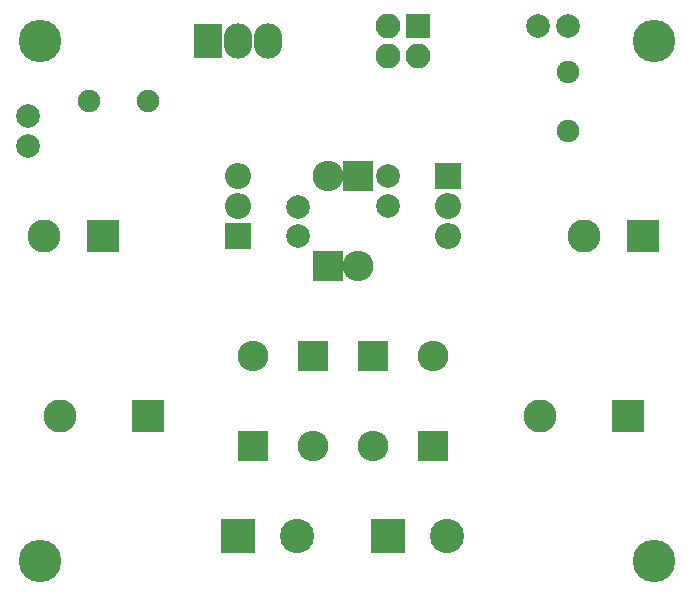
<source format=gts>
G04 #@! TF.FileFunction,Soldermask,Top*
%FSLAX46Y46*%
G04 Gerber Fmt 4.6, Leading zero omitted, Abs format (unit mm)*
G04 Created by KiCad (PCBNEW 4.0.6) date 11/03/19 09:37:08*
%MOMM*%
%LPD*%
G01*
G04 APERTURE LIST*
%ADD10C,0.100000*%
%ADD11C,3.600000*%
%ADD12R,2.800000X2.800000*%
%ADD13C,2.800000*%
%ADD14C,2.000000*%
%ADD15R,2.600000X2.600000*%
%ADD16O,2.600000X2.600000*%
%ADD17R,2.200000X2.200000*%
%ADD18O,2.200000X2.200000*%
%ADD19R,2.900000X2.900000*%
%ADD20C,2.900000*%
%ADD21C,1.901140*%
%ADD22R,2.400000X3.000000*%
%ADD23O,2.400000X3.000000*%
%ADD24R,2.100000X2.100000*%
%ADD25O,2.100000X2.100000*%
G04 APERTURE END LIST*
D10*
D11*
X86000000Y-190000000D03*
X86000000Y-146000000D03*
X34000000Y-146000000D03*
X34000000Y-190000000D03*
D12*
X43180000Y-177800000D03*
D13*
X35680000Y-177800000D03*
D12*
X83820000Y-177800000D03*
D13*
X76320000Y-177800000D03*
D14*
X55880000Y-162560000D03*
X55880000Y-160060000D03*
X63500000Y-157480000D03*
X63500000Y-159980000D03*
D12*
X39370000Y-162560000D03*
D13*
X34370000Y-162560000D03*
D12*
X85090000Y-162560000D03*
D13*
X80090000Y-162560000D03*
D14*
X33020000Y-152400000D03*
X33020000Y-154900000D03*
X76200000Y-144780000D03*
X78700000Y-144780000D03*
D15*
X57150000Y-172720000D03*
D16*
X57150000Y-180340000D03*
D15*
X52070000Y-180340000D03*
D16*
X52070000Y-172720000D03*
D15*
X62230000Y-172720000D03*
D16*
X62230000Y-180340000D03*
D15*
X67310000Y-180340000D03*
D16*
X67310000Y-172720000D03*
D15*
X58420000Y-165100000D03*
D16*
X58420000Y-157480000D03*
D15*
X60960000Y-157480000D03*
D16*
X60960000Y-165100000D03*
D17*
X50800000Y-162560000D03*
D18*
X50800000Y-160020000D03*
X50800000Y-157480000D03*
D17*
X68580000Y-157480000D03*
D18*
X68580000Y-160020000D03*
X68580000Y-162560000D03*
D19*
X50800000Y-187960000D03*
D20*
X55800000Y-187960000D03*
D19*
X63500000Y-187960000D03*
D20*
X68500000Y-187960000D03*
D21*
X38140640Y-151130000D03*
X43139360Y-151130000D03*
X78740000Y-148630640D03*
X78740000Y-153629360D03*
D22*
X48260000Y-146050000D03*
D23*
X50800000Y-146050000D03*
X53340000Y-146050000D03*
D24*
X66040000Y-144780000D03*
D25*
X66040000Y-147320000D03*
X63500000Y-144780000D03*
X63500000Y-147320000D03*
M02*

</source>
